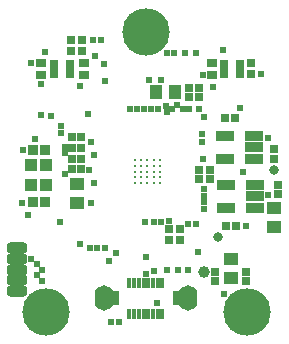
<source format=gts>
%FSTAX25Y25*%
%MOIN*%
%SFA1B1*%

%IPPOS*%
%AMD31*
4,1,8,-0.034000,0.007500,-0.034000,-0.007500,-0.022500,-0.019000,0.022500,-0.019000,0.034000,-0.007500,0.034000,0.007500,0.022500,0.019000,-0.022500,0.019000,-0.034000,0.007500,0.0*
1,1,0.023000,-0.022500,0.007500*
1,1,0.023000,-0.022500,-0.007500*
1,1,0.023000,0.022500,-0.007500*
1,1,0.023000,0.022500,0.007500*
%
G04~CAMADD=31~8~0.0~0.0~380.0~680.0~115.0~0.0~15~0.0~0.0~0.0~0.0~0~0.0~0.0~0.0~0.0~0~0.0~0.0~0.0~90.0~680.0~380.0*
%ADD31D31*%
%ADD32R,0.028470X0.028470*%
%ADD33R,0.047370X0.043430*%
%ADD34R,0.043430X0.047370*%
%ADD35R,0.039500X0.043430*%
%ADD36R,0.059180X0.035560*%
%ADD37C,0.012940*%
%ADD38R,0.025720X0.029650*%
%ADD39R,0.033590X0.029650*%
%ADD40R,0.029650X0.025720*%
%ADD41R,0.025720X0.019810*%
%ADD42R,0.020470X0.048820*%
%ADD43R,0.014570X0.034250*%
%ADD44R,0.028470X0.028470*%
%ADD45R,0.036350X0.036350*%
%ADD46O,0.063120X0.084770*%
%ADD47C,0.158000*%
%ADD48C,0.024000*%
%ADD49C,0.039000*%
%ADD50C,0.032000*%
%LNdigit-1*%
%LPD*%
G54D31*
X0006205Y0033169D03*
X0006299Y0029528D03*
Y0026D03*
Y0022441D03*
Y0018898D03*
G54D32*
X0082451Y0025295D03*
Y0022146D03*
X0072342D03*
Y0025295D03*
X0091732Y0066142D03*
Y0062992D03*
X00931Y0051125D03*
Y0054275D03*
X0066899Y0056115D03*
Y0059265D03*
X0070442Y0056115D03*
Y0059265D03*
X0066929Y0086614D03*
Y0083465D03*
X0063386Y0086614D03*
Y0083465D03*
G54D33*
X0077559Y0029626D03*
Y0023327D03*
X0026083Y0048228D03*
Y0054527D03*
X0091732Y0046457D03*
Y0040157D03*
G54D34*
X0052461Y0085138D03*
X005876D03*
G54D35*
X0010925Y0060728D03*
Y0054232D03*
X0015846Y0060728D03*
Y0054232D03*
G54D36*
X0085039Y0062992D03*
Y0066732D03*
Y0070472D03*
X007559D03*
Y0062992D03*
X0085433Y0046654D03*
Y0050394D03*
Y0054134D03*
X0075984D03*
Y0046654D03*
G54D37*
X0053858Y0062598D03*
Y006063D03*
Y0058661D03*
Y0056693D03*
Y0054724D03*
X0051732Y0062598D03*
Y006063D03*
Y0058661D03*
Y0056693D03*
Y0054724D03*
X0049606Y0062598D03*
Y006063D03*
Y0058661D03*
Y0056693D03*
Y0054724D03*
X004748Y0062598D03*
Y006063D03*
Y0058661D03*
Y0056693D03*
Y0054724D03*
X0045354Y0062598D03*
Y006063D03*
Y0058661D03*
Y0056693D03*
Y0054724D03*
G54D38*
X0060433Y003937D03*
X005689D03*
X0060433Y00357D03*
X005689D03*
X0024213Y0102362D03*
X0027756D03*
X0024213Y0098819D03*
X0027756D03*
G54D39*
X007126Y0094882D03*
Y0090945D03*
X0028346D03*
Y0094882D03*
X0014173Y0090945D03*
Y0094882D03*
G54D40*
X0084252Y0094685D03*
Y0091142D03*
G54D41*
X0075295Y0094882D03*
Y0092913D03*
Y0090945D03*
X008061D03*
Y0092913D03*
Y0094882D03*
X0018602D03*
Y0092913D03*
Y0090945D03*
X0023917D03*
Y0092913D03*
Y0094882D03*
G54D42*
X0039075Y0016437D03*
X0059252D03*
G54D43*
X0054675Y0021358D03*
X00531D03*
X0051526D03*
X0049951D03*
X0043652D03*
X0045226D03*
X0046801D03*
X0048376D03*
Y0011319D03*
X0046801D03*
X0045226D03*
X0043652D03*
X0049951D03*
X0051526D03*
X00531D03*
X0054675D03*
G54D44*
X007874Y0076378D03*
X007559D03*
X0079134Y0040551D03*
X0075984D03*
X0024409Y0066535D03*
X0027559D03*
X0024409Y0070079D03*
X0027559D03*
X0024409Y0062992D03*
X0027559D03*
X0024409Y0059449D03*
X0027559D03*
G54D45*
X0011417Y0065748D03*
X0015354D03*
X0011417Y0048425D03*
X0015354D03*
G54D46*
X0063287Y0016358D03*
X0035138D03*
G54D47*
X0049213Y0105118D03*
X0015748Y0011811D03*
X0082677D03*
G54D48*
X0010818Y0029528D03*
X0012992Y0027953D03*
X0048819Y0041732D03*
X0051968D03*
X0054295D03*
X0020417D03*
X001437Y0022047D03*
X0012992Y0024016D03*
X001437Y0025984D03*
X0049213Y00246D03*
X0075295Y0017815D03*
X0034055Y0102362D03*
X00375Y0008366D03*
X0040059Y0008393D03*
X0052953Y0014862D03*
X0050295Y0089272D03*
X0009843Y0044094D03*
X00518Y00254D03*
X0054232Y0089272D03*
X005315Y0079528D03*
X00209Y00715D03*
X00299Y0078D03*
X00669Y00795D03*
X0050787Y0079528D03*
X00437Y00794D03*
X00354Y00331D03*
X0061417Y0079528D03*
X00221Y00667D03*
X0030315Y0059055D03*
X0033Y00331D03*
X0048425Y0079528D03*
X0063287Y0041339D03*
X00391Y0031416D03*
X0059646Y0080807D03*
X00686Y0077D03*
X00354Y00887D03*
X00636Y00796D03*
X00273Y00871D03*
X00221Y00647D03*
X00304Y00331D03*
X0057874Y0079528D03*
X0065748Y0041339D03*
X0055905Y008061D03*
X00209Y00737D03*
X00461Y00794D03*
X005605Y0078524D03*
X005689Y0042323D03*
X0037008Y0028698D03*
X0030807Y0048228D03*
X0017572Y0077328D03*
X00562Y00981D03*
X00683Y0091D03*
X00353Y0094488D03*
X0032283Y00973D03*
X00108Y00949D03*
X0062205Y00983D03*
X0058661Y0098155D03*
X0065748Y0098148D03*
X00081Y0065748D03*
X00079Y0048275D03*
X00155Y00986D03*
X00748Y00991D03*
X00715Y00869D03*
X00814Y0058439D03*
X00804Y0079705D03*
X00899Y00697D03*
X009Y00507D03*
X00825Y00406D03*
X0049213Y00303D03*
X0063287Y0026D03*
X00598D03*
X00272Y00345D03*
X00121Y00695D03*
X00141Y00774D03*
Y00879D03*
X0031462Y0102362D03*
X00875Y0091142D03*
X0032Y00641D03*
X00318Y0054724D03*
X0022037Y0057937D03*
X006639Y003189D03*
X00563Y0026D03*
X00682Y00627D03*
X00678Y00686D03*
X00686Y00462D03*
Y0048425D03*
Y00506D03*
Y0052846D03*
X00678Y00712D03*
X0031Y00685D03*
G54D49*
X00686Y0025197D03*
G54D50*
X0091732Y00592D03*
X0073228Y0037D03*
M02*
</source>
